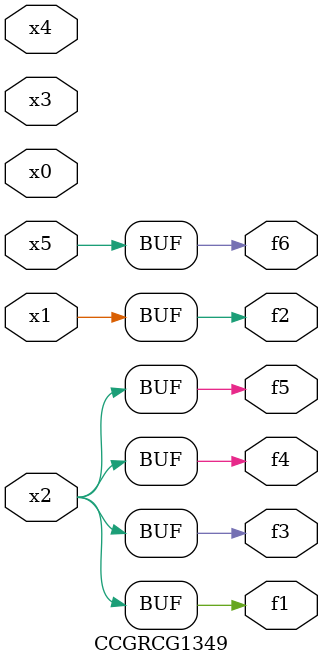
<source format=v>
module CCGRCG1349(
	input x0, x1, x2, x3, x4, x5,
	output f1, f2, f3, f4, f5, f6
);
	assign f1 = x2;
	assign f2 = x1;
	assign f3 = x2;
	assign f4 = x2;
	assign f5 = x2;
	assign f6 = x5;
endmodule

</source>
